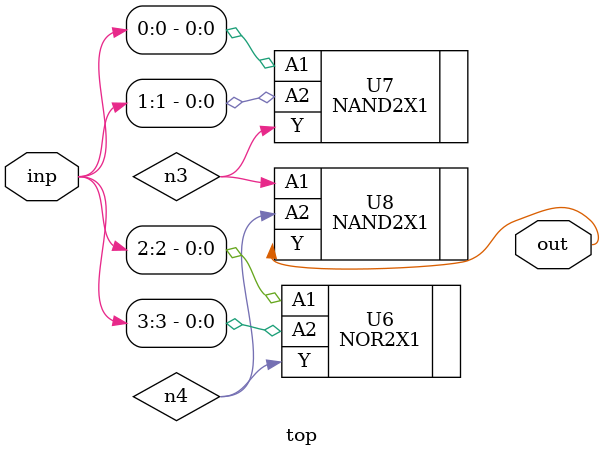
<source format=sv>


module top ( inp, out );
  input [3:0] inp;
  output out;
  wire   n3, n4;

  NOR2X1 U6 ( .A1(inp[2]), .A2(inp[3]), .Y(n4) );
  NAND2X1 U7 ( .A1(inp[0]), .A2(inp[1]), .Y(n3) );
  NAND2X1 U8 ( .A1(n3), .A2(n4), .Y(out) );
endmodule


</source>
